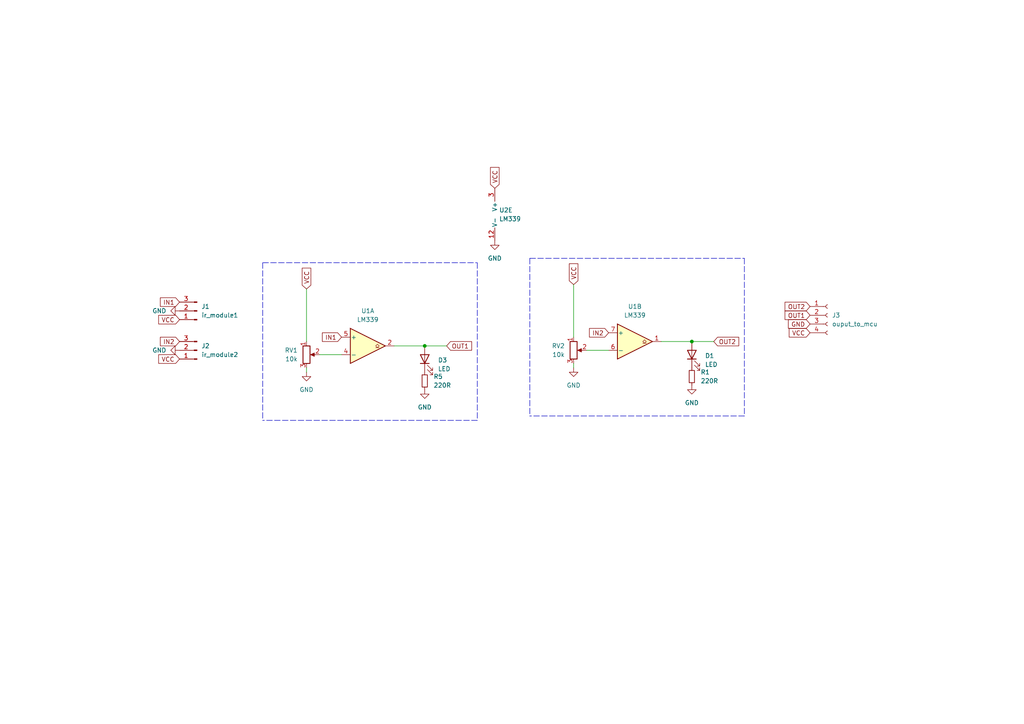
<source format=kicad_sch>
(kicad_sch (version 20211123) (generator eeschema)
  (paper "A4")
  (lib_symbols
    (symbol "Comparator:LM339" (pin_names (offset 0.127))
      (property "Reference" "U" (at 0 5.08 0))
      (property "Value" "LM339" (at 0 -5.08 0))
      (symbol "LM339_1_1"
        (polyline (pts (xy -5.08 5.08) (xy 5.08 0) (xy -5.08 -5.08) (xy -5.08 5.08)) (stroke (width 0.254)) (fill (type background)))
        (polyline (pts (xy 3.302 -0.508) (xy 2.794 -0.508) (xy 3.302 0) (xy 2.794 0.508) (xy 2.286 0) (xy 2.794 -0.508) (xy 2.286 -0.508)) (stroke (width 0.127)))
        (pin open_collector line (at 7.62 0 180) (length 2.54) (name "~") (number "2"))
        (pin input line (at -7.62 -2.54 0) (length 2.54) (name "-") (number "4"))
        (pin input line (at -7.62 2.54 0) (length 2.54) (name "+") (number "5"))
      )
      (symbol "LM339_2_1"
        (polyline (pts (xy -5.08 5.08) (xy 5.08 0) (xy -5.08 -5.08) (xy -5.08 5.08)) (stroke (width 0.254)) (fill (type background)))
        (polyline (pts (xy 3.302 -0.508) (xy 2.794 -0.508) (xy 3.302 0) (xy 2.794 0.508) (xy 2.286 0) (xy 2.794 -0.508) (xy 2.286 -0.508)) (stroke (width 0.127)))
        (pin open_collector line (at 7.62 0 180) (length 2.54) (name "~") (number "1"))
        (pin input line (at -7.62 -2.54 0) (length 2.54) (name "-") (number "6"))
        (pin input line (at -7.62 2.54 0) (length 2.54) (name "+") (number "7"))
      )
      (symbol "LM339_3_1"
        (polyline (pts (xy -5.08 5.08) (xy 5.08 0) (xy -5.08 -5.08) (xy -5.08 5.08)) (stroke (width 0.254)) (fill (type background)))
        (polyline (pts (xy 3.302 -0.508) (xy 2.794 -0.508) (xy 3.302 0) (xy 2.794 0.508) (xy 2.286 0) (xy 2.794 -0.508) (xy 2.286 -0.508)) (stroke (width 0.127)))
        (pin input line (at -7.62 -2.54 0) (length 2.54) (name "-") (number "10"))
        (pin input line (at -7.62 2.54 0) (length 2.54) (name "+") (number "11"))
        (pin open_collector line (at 7.62 0 180) (length 2.54) (name "~") (number "13"))
      )
      (symbol "LM339_4_1"
        (polyline (pts (xy -5.08 5.08) (xy 5.08 0) (xy -5.08 -5.08) (xy -5.08 5.08)) (stroke (width 0.254)) (fill (type background)))
        (polyline (pts (xy 3.302 -0.508) (xy 2.794 -0.508) (xy 3.302 0) (xy 2.794 0.508) (xy 2.286 0) (xy 2.794 -0.508) (xy 2.286 -0.508)) (stroke (width 0.127)))
        (pin open_collector line (at 7.62 0 180) (length 2.54) (name "~") (number "14"))
        (pin input line (at -7.62 -2.54 0) (length 2.54) (name "-") (number "8"))
        (pin input line (at -7.62 2.54 0) (length 2.54) (name "+") (number "9"))
      )
      (symbol "LM339_5_1"
        (pin power_in line (at -2.54 -7.62 90) (length 3.81) (name "V-") (number "12"))
        (pin power_in line (at -2.54 7.62 270) (length 3.81) (name "V+") (number "3"))
      )
    )
    (symbol "Connector:Conn_01x03_Male" (pin_names (offset 1.016) hide)
      (property "Reference" "J" (at 0 5.08 0))
      (property "Value" "Conn_01x03_Male" (at 0 -5.08 0))
      (symbol "Conn_01x03_Male_1_1"
        (polyline (pts (xy 1.27 -2.54) (xy 0.8636 -2.54)) (stroke (width 0.1524)))
        (polyline (pts (xy 1.27 0) (xy 0.8636 0)) (stroke (width 0.1524)))
        (polyline (pts (xy 1.27 2.54) (xy 0.8636 2.54)) (stroke (width 0.1524)))
        (rectangle (start 0.8636 -2.413) (end 0 -2.667) (stroke (width 0.1524)) (fill (type outline)))
        (rectangle (start 0.8636 0.127) (end 0 -0.127) (stroke (width 0.1524)) (fill (type outline)))
        (rectangle (start 0.8636 2.667) (end 0 2.413) (stroke (width 0.1524)) (fill (type outline)))
        (pin passive line (at 5.08 2.54 180) (length 3.81) (name "Pin_1") (number "1"))
        (pin passive line (at 5.08 0 180) (length 3.81) (name "Pin_2") (number "2"))
        (pin passive line (at 5.08 -2.54 180) (length 3.81) (name "Pin_3") (number "3"))
      )
    )
    (symbol "Connector:Conn_01x04_Female" (pin_names (offset 1.016) hide)
      (property "Reference" "J" (at 0 5.08 0))
      (property "Value" "Conn_01x04_Female" (at 0 -7.62 0))
      (symbol "Conn_01x04_Female_1_1"
        (arc (start 0 -4.572) (mid -0.508 -5.08) (end 0 -5.588) (stroke (width 0.1524)))
        (arc (start 0 -2.032) (mid -0.508 -2.54) (end 0 -3.048) (stroke (width 0.1524)))
        (polyline (pts (xy -1.27 -5.08) (xy -0.508 -5.08)) (stroke (width 0.1524)))
        (polyline (pts (xy -1.27 -2.54) (xy -0.508 -2.54)) (stroke (width 0.1524)))
        (polyline (pts (xy -1.27 0) (xy -0.508 0)) (stroke (width 0.1524)))
        (polyline (pts (xy -1.27 2.54) (xy -0.508 2.54)) (stroke (width 0.1524)))
        (arc (start 0 0.508) (mid -0.508 0) (end 0 -0.508) (stroke (width 0.1524)))
        (arc (start 0 3.048) (mid -0.508 2.54) (end 0 2.032) (stroke (width 0.1524)))
        (pin passive line (at -5.08 2.54 0) (length 3.81) (name "Pin_1") (number "1"))
        (pin passive line (at -5.08 0 0) (length 3.81) (name "Pin_2") (number "2"))
        (pin passive line (at -5.08 -2.54 0) (length 3.81) (name "Pin_3") (number "3"))
        (pin passive line (at -5.08 -5.08 0) (length 3.81) (name "Pin_4") (number "4"))
      )
    )
    (symbol "Device:LED" (pin_numbers hide) (pin_names (offset 1.016) hide)
      (property "Reference" "D" (at 0 2.54 0))
      (property "Value" "LED" (at 0 -2.54 0))
      (symbol "LED_0_1"
        (polyline (pts (xy -1.27 -1.27) (xy -1.27 1.27)) (stroke (width 0.254)))
        (polyline (pts (xy -1.27 0) (xy 1.27 0)))
        (polyline (pts (xy 1.27 -1.27) (xy 1.27 1.27) (xy -1.27 0) (xy 1.27 -1.27)) (stroke (width 0.254)))
        (polyline (pts (xy -3.048 -0.762) (xy -4.572 -2.286) (xy -3.81 -2.286) (xy -4.572 -2.286) (xy -4.572 -1.524)))
        (polyline (pts (xy -1.778 -0.762) (xy -3.302 -2.286) (xy -2.54 -2.286) (xy -3.302 -2.286) (xy -3.302 -1.524)))
      )
      (symbol "LED_1_1"
        (pin passive line (at -3.81 0 0) (length 2.54) (name "K") (number "1"))
        (pin passive line (at 3.81 0 180) (length 2.54) (name "A") (number "2"))
      )
    )
    (symbol "Device:R_Potentiometer" (pin_names (offset 1.016) hide)
      (property "Reference" "RV" (at -4.445 0 90))
      (property "Value" "R_Potentiometer" (at -2.54 0 90))
      (symbol "R_Potentiometer_0_1"
        (polyline (pts (xy 2.54 0) (xy 1.524 0)))
        (polyline (pts (xy 1.143 0) (xy 2.286 0.508) (xy 2.286 -0.508) (xy 1.143 0)) (fill (type outline)))
        (rectangle (start 1.016 2.54) (end -1.016 -2.54) (stroke (width 0.254)))
      )
      (symbol "R_Potentiometer_1_1"
        (pin passive line (at 0 3.81 270) (length 1.27) (name "1") (number "1"))
        (pin passive line (at 3.81 0 180) (length 1.27) (name "2") (number "2"))
        (pin passive line (at 0 -3.81 90) (length 1.27) (name "3") (number "3"))
      )
    )
    (symbol "Device:R_Small" (pin_numbers hide) (pin_names (offset 0.254) hide)
      (property "Reference" "R" (at 0.762 0.508 0))
      (property "Value" "R_Small" (at 0.762 -1.016 0))
      (symbol "R_Small_0_1"
        (rectangle (start -0.762 1.778) (end 0.762 -1.778) (stroke (width 0.2032)))
      )
      (symbol "R_Small_1_1"
        (pin passive line (at 0 2.54 270) (length 0.762) (name "~") (number "1"))
        (pin passive line (at 0 -2.54 90) (length 0.762) (name "~") (number "2"))
      )
    )
    (symbol "power:GND" (power) (pin_names (offset 0))
      (property "Value" "GND" (at 0 -3.81 0))
      (symbol "GND_0_1"
        (polyline (pts (xy 0 0) (xy 0 -1.27) (xy 1.27 -1.27) (xy 0 -2.54) (xy -1.27 -1.27) (xy 0 -1.27)))
      )
      (symbol "GND_1_1"
        (pin power_in line (at 0 0 270) (length 0) hide (name "GND") (number "1"))
      )
    )
  )
  (junction (at 200.66 99.06))
  (junction (at 123.19 100.33))
  (polyline (pts (xy 138.43 121.92) (xy 76.2 121.92)))
  (wire (pts (xy 88.9 83.82) (xy 88.9 99.06)))
  (wire (pts (xy 166.37 105.41) (xy 166.37 106.68)))
  (wire (pts (xy 114.3 100.33) (xy 123.19 100.33)))
  (polyline (pts (xy 138.43 76.2) (xy 138.43 121.92)))
  (polyline (pts (xy 76.2 76.2) (xy 76.2 121.92)))
  (wire (pts (xy 88.9 106.68) (xy 88.9 107.95)))
  (polyline (pts (xy 215.9 74.93) (xy 215.9 120.65)))
  (wire (pts (xy 170.18 101.6) (xy 176.53 101.6)))
  (wire (pts (xy 123.19 100.33) (xy 129.54 100.33)))
  (wire (pts (xy 166.37 82.55) (xy 166.37 97.79)))
  (polyline (pts (xy 215.9 120.65) (xy 153.67 120.65)))
  (wire (pts (xy 200.66 99.06) (xy 207.01 99.06)))
  (wire (pts (xy 92.71 102.87) (xy 99.06 102.87)))
  (polyline (pts (xy 153.67 74.93) (xy 215.9 74.93)))
  (wire (pts (xy 191.77 99.06) (xy 200.66 99.06)))
  (polyline (pts (xy 76.2 76.2) (xy 138.43 76.2)))
  (polyline (pts (xy 153.67 74.93) (xy 153.67 120.65)))
  (global_label "IN1" (shape input) (at 99.06 97.79 180) (property "Intersheet References" "${INTERSHEET_REFS}" (effects hide)))
  (global_label "IN1" (shape input) (at 52.07 87.63 180) (property "Intersheet References" "${INTERSHEET_REFS}" (effects hide)))
  (global_label "OUT1" (shape input) (at 234.95 91.44 180) (property "Intersheet References" "${INTERSHEET_REFS}" (effects hide)))
  (global_label "VCC" (shape input) (at 52.07 92.71 180) (property "Intersheet References" "${INTERSHEET_REFS}" (effects hide)))
  (global_label "OUT2" (shape input) (at 207.01 99.06 0) (property "Intersheet References" "${INTERSHEET_REFS}" (effects hide)))
  (global_label "VCC" (shape input) (at 52.07 104.14 180) (property "Intersheet References" "${INTERSHEET_REFS}" (effects hide)))
  (global_label "GND" (shape input) (at 234.95 93.98 180) (property "Intersheet References" "${INTERSHEET_REFS}" (effects hide)))
  (global_label "VCC" (shape input) (at 166.37 82.55 90) (property "Intersheet References" "${INTERSHEET_REFS}" (effects hide)))
  (global_label "VCC" (shape input) (at 234.95 96.52 180) (property "Intersheet References" "${INTERSHEET_REFS}" (effects hide)))
  (global_label "VCC" (shape input) (at 143.51 54.61 90) (property "Intersheet References" "${INTERSHEET_REFS}" (effects hide)))
  (global_label "OUT2" (shape input) (at 234.95 88.9 180) (property "Intersheet References" "${INTERSHEET_REFS}" (effects hide)))
  (global_label "IN2" (shape input) (at 176.53 96.52 180) (property "Intersheet References" "${INTERSHEET_REFS}" (effects hide)))
  (global_label "IN2" (shape input) (at 52.07 99.06 180) (property "Intersheet References" "${INTERSHEET_REFS}" (effects hide)))
  (global_label "OUT1" (shape input) (at 129.54 100.33 0) (property "Intersheet References" "${INTERSHEET_REFS}" (effects hide)))
  (global_label "VCC" (shape input) (at 88.9 83.82 90) (property "Intersheet References" "${INTERSHEET_REFS}" (effects hide)))
  (symbol (lib_id "Connector:Conn_01x03_Male") (at 57.15 90.17 180) (unit 1)
    (property "Reference" "J1" (at 58.42 88.8999 0) (effects (justify right)))
    (property "Value" "ir_module1" (at 58.42 91.4399 0) (effects (justify right)))
    (property "Footprint" "TerminalBlock:TerminalBlock_bornier-4_P5.08mm" (effects hide))
  )
  (symbol (lib_id "Device:R_Small") (at 123.19 110.49 0) (unit 1)
    (property "Reference" "R5" (at 125.73 109.2199 0) (effects (justify left)))
    (property "Value" "220R" (at 125.73 111.7599 0) (effects (justify left)))
    (property "Footprint" "Resistor_THT:R_Axial_DIN0207_L6.3mm_D2.5mm_P15.24mm_Horizontal" (effects hide))
  )
  (symbol (lib_id "Device:LED") (at 123.19 104.14 90) (unit 1)
    (property "Reference" "D3" (at 127 104.4574 90) (effects (justify right)))
    (property "Value" "LED" (at 127 106.9974 90) (effects (justify right)))
    (property "Footprint" "LED_THT:LED_D3.0mm" (effects hide))
  )
  (symbol (lib_id "Device:LED") (at 200.66 102.87 90) (unit 1)
    (property "Reference" "D1" (at 204.47 103.1874 90) (effects (justify right)))
    (property "Value" "LED" (at 204.47 105.7274 90) (effects (justify right)))
    (property "Footprint" "LED_THT:LED_D3.0mm" (effects hide))
  )
  (symbol (lib_id "Device:R_Potentiometer") (at 88.9 102.87 0) (unit 1)
    (property "Reference" "RV1" (at 86.36 101.5999 0) (effects (justify right)))
    (property "Value" "10k" (at 86.36 104.1399 0) (effects (justify right)))
    (property "Footprint" "Potentiometer_THT:Potentiometer_Vishay_T73YP_Vertical" (effects hide))
  )
  (symbol (lib_id "power:GND") (at 200.66 111.76 0) (unit 1)
    (property "Reference" "#PWR04" (effects hide))
    (property "Value" "GND" (at 200.66 116.84 0))
  )
  (symbol (lib_id "Device:R_Small") (at 200.66 109.22 0) (unit 1)
    (property "Reference" "R1" (at 203.2 107.9499 0) (effects (justify left)))
    (property "Value" "220R" (at 203.2 110.4899 0) (effects (justify left)))
    (property "Footprint" "Resistor_THT:R_Axial_DIN0207_L6.3mm_D2.5mm_P15.24mm_Horizontal" (effects hide))
  )
  (symbol (lib_id "Connector:Conn_01x04_Female") (at 240.03 91.44 0) (unit 1)
    (property "Reference" "J3" (at 241.3 91.4399 0) (effects (justify left)))
    (property "Value" "ouput_to_mcu" (at 241.3 93.9799 0) (effects (justify left)))
    (property "Footprint" "TerminalBlock:TerminalBlock_bornier-4_P5.08mm" (effects hide))
  )
  (symbol (lib_id "power:GND") (at 88.9 107.95 0) (unit 1)
    (property "Reference" "#PWR010" (effects hide))
    (property "Value" "GND" (at 88.9 113.03 0))
  )
  (symbol (lib_id "power:GND") (at 52.07 90.17 270) (unit 1)
    (property "Reference" "#PWR01" (effects hide))
    (property "Value" "GND" (at 48.26 90.1699 90) (effects (justify right)))
  )
  (symbol (lib_id "Device:R_Potentiometer") (at 166.37 101.6 0) (unit 1)
    (property "Reference" "RV2" (at 163.83 100.3299 0) (effects (justify right)))
    (property "Value" "10k" (at 163.83 102.8699 0) (effects (justify right)))
    (property "Footprint" "Potentiometer_THT:Potentiometer_Vishay_T73YP_Vertical" (effects hide))
  )
  (symbol (lib_id "Connector:Conn_01x03_Male") (at 57.15 101.6 180) (unit 1)
    (property "Reference" "J2" (at 58.42 100.3299 0) (effects (justify right)))
    (property "Value" "ir_module2" (at 58.42 102.8699 0) (effects (justify right)))
    (property "Footprint" "TerminalBlock:TerminalBlock_bornier-4_P5.08mm" (effects hide))
  )
  (symbol (lib_id "power:GND") (at 123.19 113.03 0) (unit 1)
    (property "Reference" "#PWR013" (effects hide))
    (property "Value" "GND" (at 123.19 118.11 0))
  )
  (symbol (lib_id "Comparator:LM339") (at 184.15 99.06 0) (unit 2)
    (property "Reference" "U1" (at 184.15 88.9 0))
    (property "Value" "LM339" (at 184.15 91.44 0))
    (property "Footprint" "Package_DIP:DIP-14_W10.16mm" (effects hide))
    (property "Datasheet" "https://www.st.com/resource/en/datasheet/lm139.pdf" (effects hide))
  )
  (symbol (lib_id "Comparator:LM339") (at 106.68 100.33 0) (unit 1)
    (property "Reference" "U1" (at 106.68 90.17 0))
    (property "Value" "LM339" (at 106.68 92.71 0))
    (property "Footprint" "Package_DIP:DIP-14_W10.16mm" (effects hide))
    (property "Datasheet" "https://www.st.com/resource/en/datasheet/lm139.pdf" (effects hide))
  )
  (symbol (lib_id "Comparator:LM339") (at 146.05 62.23 0) (unit 5)
    (property "Reference" "U2" (at 144.78 60.9599 0) (effects (justify left)))
    (property "Value" "LM339" (at 144.78 63.4999 0) (effects (justify left)))
    (property "Datasheet" "https://www.st.com/resource/en/datasheet/lm139.pdf" (effects hide))
  )
  (symbol (lib_id "power:GND") (at 143.51 69.85 0) (unit 1)
    (property "Reference" "#PWR0101" (effects hide))
    (property "Value" "GND" (at 143.51 74.93 0))
  )
  (symbol (lib_id "power:GND") (at 166.37 106.68 0) (unit 1)
    (property "Reference" "#PWR03" (effects hide))
    (property "Value" "GND" (at 166.37 111.76 0))
  )
  (symbol (lib_id "power:GND") (at 52.07 101.6 270) (unit 1)
    (property "Reference" "#PWR02" (effects hide))
    (property "Value" "GND" (at 48.26 101.5999 90) (effects (justify right)))
  )
)
</source>
